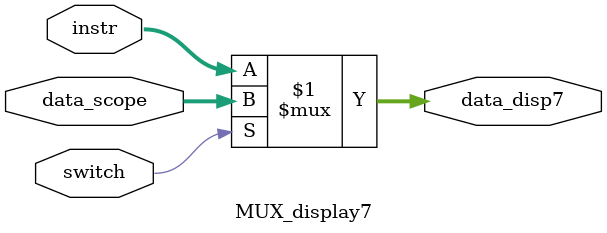
<source format=v>
`timescale 1ns / 1ps


module MUX_display7(
    input switch,
    input [31:0]instr,
    input [31:0]data_scope,
    output [31:0]data_disp7
);
    assign data_disp7 = switch ? data_scope : instr;
endmodule

</source>
